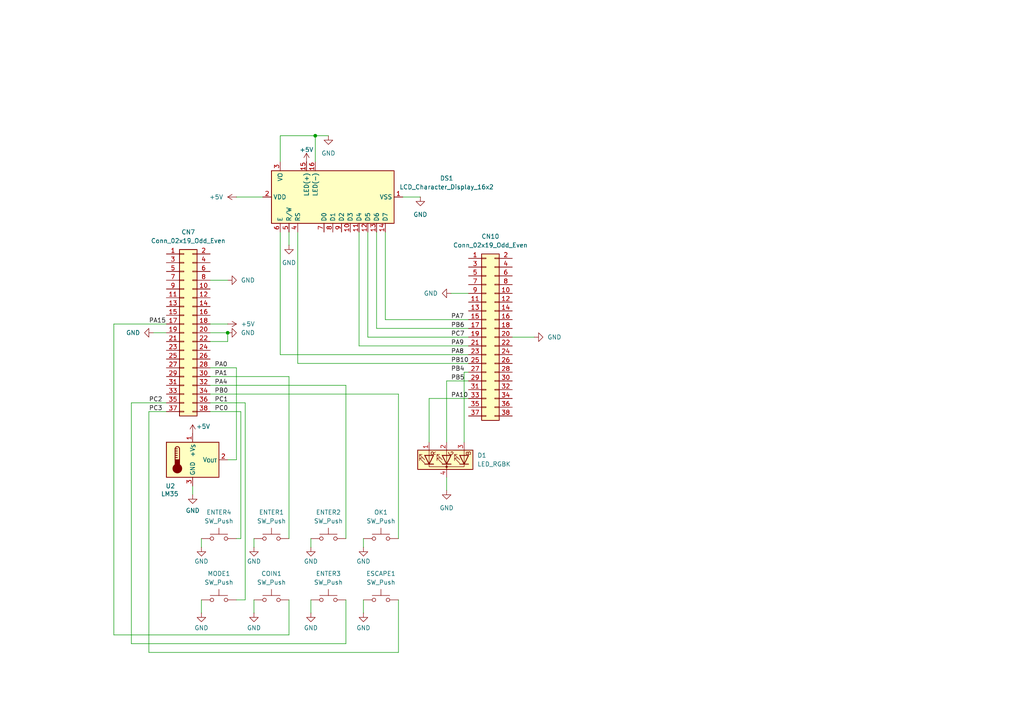
<source format=kicad_sch>
(kicad_sch (version 20250114) (generator "eeschema") (generator_version "9.0")
  (paper "A4")
  (lib_symbols
    (symbol "Connector_Generic:Conn_02x19_Odd_Even" (pin_names (offset 1.016) (hide yes))
      (property "Reference" "J" (at 1.27 25.4 0))
      (property "Value" "Conn_02x19_Odd_Even" (at 1.27 -25.4 0))
      (symbol "Conn_02x19_Odd_Even_1_1"
        (rectangle (start -1.27 24.13) (end 3.81 -24.13) (stroke (width 0.254)) (fill (type background)))
        (rectangle (start -1.27 22.987) (end 0 22.733) (stroke (width 0.1524)))
        (rectangle (start -1.27 20.447) (end 0 20.193) (stroke (width 0.1524)))
        (rectangle (start -1.27 17.907) (end 0 17.653) (stroke (width 0.1524)))
        (rectangle (start -1.27 15.367) (end 0 15.113) (stroke (width 0.1524)))
        (rectangle (start -1.27 12.827) (end 0 12.573) (stroke (width 0.1524)))
        (rectangle (start -1.27 10.287) (end 0 10.033) (stroke (width 0.1524)))
        (rectangle (start -1.27 7.747) (end 0 7.493) (stroke (width 0.1524)))
        (rectangle (start -1.27 5.207) (end 0 4.953) (stroke (width 0.1524)))
        (rectangle (start -1.27 2.667) (end 0 2.413) (stroke (width 0.1524)))
        (rectangle (start -1.27 0.127) (end 0 -0.127) (stroke (width 0.1524)))
        (rectangle (start -1.27 -2.413) (end 0 -2.667) (stroke (width 0.1524)))
        (rectangle (start -1.27 -4.953) (end 0 -5.207) (stroke (width 0.1524)))
        (rectangle (start -1.27 -7.493) (end 0 -7.747) (stroke (width 0.1524)))
        (rectangle (start -1.27 -10.033) (end 0 -10.287) (stroke (width 0.1524)))
        (rectangle (start -1.27 -12.573) (end 0 -12.827) (stroke (width 0.1524)))
        (rectangle (start -1.27 -15.113) (end 0 -15.367) (stroke (width 0.1524)))
        (rectangle (start -1.27 -17.653) (end 0 -17.907) (stroke (width 0.1524)))
        (rectangle (start -1.27 -20.193) (end 0 -20.447) (stroke (width 0.1524)))
        (rectangle (start -1.27 -22.733) (end 0 -22.987) (stroke (width 0.1524)))
        (rectangle (start 3.81 22.987) (end 2.54 22.733) (stroke (width 0.1524)))
        (rectangle (start 3.81 20.447) (end 2.54 20.193) (stroke (width 0.1524)))
        (rectangle (start 3.81 17.907) (end 2.54 17.653) (stroke (width 0.1524)))
        (rectangle (start 3.81 15.367) (end 2.54 15.113) (stroke (width 0.1524)))
        (rectangle (start 3.81 12.827) (end 2.54 12.573) (stroke (width 0.1524)))
        (rectangle (start 3.81 10.287) (end 2.54 10.033) (stroke (width 0.1524)))
        (rectangle (start 3.81 7.747) (end 2.54 7.493) (stroke (width 0.1524)))
        (rectangle (start 3.81 5.207) (end 2.54 4.953) (stroke (width 0.1524)))
        (rectangle (start 3.81 2.667) (end 2.54 2.413) (stroke (width 0.1524)))
        (rectangle (start 3.81 0.127) (end 2.54 -0.127) (stroke (width 0.1524)))
        (rectangle (start 3.81 -2.413) (end 2.54 -2.667) (stroke (width 0.1524)))
        (rectangle (start 3.81 -4.953) (end 2.54 -5.207) (stroke (width 0.1524)))
        (rectangle (start 3.81 -7.493) (end 2.54 -7.747) (stroke (width 0.1524)))
        (rectangle (start 3.81 -10.033) (end 2.54 -10.287) (stroke (width 0.1524)))
        (rectangle (start 3.81 -12.573) (end 2.54 -12.827) (stroke (width 0.1524)))
        (rectangle (start 3.81 -15.113) (end 2.54 -15.367) (stroke (width 0.1524)))
        (rectangle (start 3.81 -17.653) (end 2.54 -17.907) (stroke (width 0.1524)))
        (rectangle (start 3.81 -20.193) (end 2.54 -20.447) (stroke (width 0.1524)))
        (rectangle (start 3.81 -22.733) (end 2.54 -22.987) (stroke (width 0.1524)))
        (pin passive line (at -5.08 22.86 0) (length 3.81) (name "Pin_1") (number "1"))
        (pin passive line (at -5.08 20.32 0) (length 3.81) (name "Pin_3") (number "3"))
        (pin passive line (at -5.08 17.78 0) (length 3.81) (name "Pin_5") (number "5"))
        (pin passive line (at -5.08 15.24 0) (length 3.81) (name "Pin_7") (number "7"))
        (pin passive line (at -5.08 12.7 0) (length 3.81) (name "Pin_9") (number "9"))
        (pin passive line (at -5.08 10.16 0) (length 3.81) (name "Pin_11") (number "11"))
        (pin passive line (at -5.08 7.62 0) (length 3.81) (name "Pin_13") (number "13"))
        (pin passive line (at -5.08 5.08 0) (length 3.81) (name "Pin_15") (number "15"))
        (pin passive line (at -5.08 2.54 0) (length 3.81) (name "Pin_17") (number "17"))
        (pin passive line (at -5.08 0 0) (length 3.81) (name "Pin_19") (number "19"))
        (pin passive line (at -5.08 -2.54 0) (length 3.81) (name "Pin_21") (number "21"))
        (pin passive line (at -5.08 -5.08 0) (length 3.81) (name "Pin_23") (number "23"))
        (pin passive line (at -5.08 -7.62 0) (length 3.81) (name "Pin_25") (number "25"))
        (pin passive line (at -5.08 -10.16 0) (length 3.81) (name "Pin_27") (number "27"))
        (pin passive line (at -5.08 -12.7 0) (length 3.81) (name "Pin_29") (number "29"))
        (pin passive line (at -5.08 -15.24 0) (length 3.81) (name "Pin_31") (number "31"))
        (pin passive line (at -5.08 -17.78 0) (length 3.81) (name "Pin_33") (number "33"))
        (pin passive line (at -5.08 -20.32 0) (length 3.81) (name "Pin_35") (number "35"))
        (pin passive line (at -5.08 -22.86 0) (length 3.81) (name "Pin_37") (number "37"))
        (pin passive line (at 7.62 22.86 180) (length 3.81) (name "Pin_2") (number "2"))
        (pin passive line (at 7.62 20.32 180) (length 3.81) (name "Pin_4") (number "4"))
        (pin passive line (at 7.62 17.78 180) (length 3.81) (name "Pin_6") (number "6"))
        (pin passive line (at 7.62 15.24 180) (length 3.81) (name "Pin_8") (number "8"))
        (pin passive line (at 7.62 12.7 180) (length 3.81) (name "Pin_10") (number "10"))
        (pin passive line (at 7.62 10.16 180) (length 3.81) (name "Pin_12") (number "12"))
        (pin passive line (at 7.62 7.62 180) (length 3.81) (name "Pin_14") (number "14"))
        (pin passive line (at 7.62 5.08 180) (length 3.81) (name "Pin_16") (number "16"))
        (pin passive line (at 7.62 2.54 180) (length 3.81) (name "Pin_18") (number "18"))
        (pin passive line (at 7.62 0 180) (length 3.81) (name "Pin_20") (number "20"))
        (pin passive line (at 7.62 -2.54 180) (length 3.81) (name "Pin_22") (number "22"))
        (pin passive line (at 7.62 -5.08 180) (length 3.81) (name "Pin_24") (number "24"))
        (pin passive line (at 7.62 -7.62 180) (length 3.81) (name "Pin_26") (number "26"))
        (pin passive line (at 7.62 -10.16 180) (length 3.81) (name "Pin_28") (number "28"))
        (pin passive line (at 7.62 -12.7 180) (length 3.81) (name "Pin_30") (number "30"))
        (pin passive line (at 7.62 -15.24 180) (length 3.81) (name "Pin_32") (number "32"))
        (pin passive line (at 7.62 -17.78 180) (length 3.81) (name "Pin_34") (number "34"))
        (pin passive line (at 7.62 -20.32 180) (length 3.81) (name "Pin_36") (number "36"))
        (pin passive line (at 7.62 -22.86 180) (length 3.81) (name "Pin_38") (number "38"))
      )
    )
    (symbol "Device:LED_RGBK" (pin_names (offset 0) (hide yes))
      (property "Reference" "D" (at 0 9.398 0))
      (property "Value" "LED_RGBK" (at 0 -8.89 0))
      (symbol "LED_RGBK_0_0"
        (text "R" (at 1.905 3.81 0) (effects (font (size 1.27 1.27))))
        (text "G" (at 1.905 -1.27 0) (effects (font (size 1.27 1.27))))
        (text "B" (at 1.905 -6.35 0) (effects (font (size 1.27 1.27))))
      )
      (symbol "LED_RGBK_0_1"
        (circle (center -2.032 0) (radius 0.254) (fill (type outline)))
        (polyline (pts (xy -1.27 6.35) (xy -1.27 3.81)) (stroke (width 0.254)))
        (polyline (pts (xy -1.27 6.35) (xy -1.27 3.81) (xy -1.27 3.81)))
        (polyline (pts (xy -1.27 5.08) (xy 1.27 5.08)))
        (polyline (pts (xy -1.27 5.08) (xy -2.032 5.08) (xy -2.032 -5.08) (xy -1.016 -5.08)))
        (polyline (pts (xy -1.27 1.27) (xy -1.27 -1.27)) (stroke (width 0.254)))
        (polyline (pts (xy -1.27 1.27) (xy -1.27 -1.27) (xy -1.27 -1.27)))
        (polyline (pts (xy -1.27 0) (xy -2.54 0)))
        (polyline (pts (xy -1.27 -3.81) (xy -1.27 -6.35)) (stroke (width 0.254)))
        (polyline (pts (xy -1.27 -5.08) (xy 1.27 -5.08)))
        (polyline (pts (xy -1.016 6.35) (xy 0.508 7.874) (xy -0.254 7.874) (xy 0.508 7.874) (xy 0.508 7.112)))
        (polyline (pts (xy -1.016 1.27) (xy 0.508 2.794) (xy -0.254 2.794) (xy 0.508 2.794) (xy 0.508 2.032)))
        (polyline (pts (xy -1.016 -3.81) (xy 0.508 -2.286) (xy -0.254 -2.286) (xy 0.508 -2.286) (xy 0.508 -3.048)))
        (polyline (pts (xy 0 6.35) (xy 1.524 7.874) (xy 0.762 7.874) (xy 1.524 7.874) (xy 1.524 7.112)))
        (polyline (pts (xy 0 1.27) (xy 1.524 2.794) (xy 0.762 2.794) (xy 1.524 2.794) (xy 1.524 2.032)))
        (polyline (pts (xy 0 -3.81) (xy 1.524 -2.286) (xy 0.762 -2.286) (xy 1.524 -2.286) (xy 1.524 -3.048)))
        (polyline (pts (xy 1.27 6.35) (xy 1.27 3.81) (xy -1.27 5.08) (xy 1.27 6.35)) (stroke (width 0.254)))
        (rectangle (start 1.27 6.35) (end 1.27 6.35))
        (polyline (pts (xy 1.27 5.08) (xy 2.54 5.08)))
        (rectangle (start 1.27 3.81) (end 1.27 6.35))
        (polyline (pts (xy 1.27 1.27) (xy 1.27 -1.27) (xy -1.27 0) (xy 1.27 1.27)) (stroke (width 0.254)))
        (rectangle (start 1.27 1.27) (end 1.27 1.27))
        (polyline (pts (xy 1.27 0) (xy -1.27 0)))
        (polyline (pts (xy 1.27 0) (xy 2.54 0)))
        (rectangle (start 1.27 -1.27) (end 1.27 1.27))
        (polyline (pts (xy 1.27 -3.81) (xy 1.27 -6.35) (xy -1.27 -5.08) (xy 1.27 -3.81)) (stroke (width 0.254)))
        (polyline (pts (xy 1.27 -5.08) (xy 2.54 -5.08)))
        (rectangle (start 2.794 8.382) (end -2.794 -7.62) (stroke (width 0.254)) (fill (type background)))
      )
      (symbol "LED_RGBK_1_1"
        (pin passive line (at -5.08 0 0) (length 2.54) (name "K") (number "4"))
        (pin passive line (at 5.08 5.08 180) (length 2.54) (name "RA") (number "1"))
        (pin passive line (at 5.08 0 180) (length 2.54) (name "GA") (number "2"))
        (pin passive line (at 5.08 -5.08 180) (length 2.54) (name "BA") (number "3"))
      )
    )
    (symbol "Display_Character:WC1602A"
      (property "Reference" "DS" (at -5.842 19.05 0))
      (property "Value" "WC1602A" (at 5.334 19.05 0))
      (symbol "WC1602A_1_1"
        (rectangle (start -7.62 17.78) (end 7.62 -17.78) (stroke (width 0.254)) (fill (type background)))
        (pin input line (at -10.16 15.24 0) (length 2.54) (name "E") (number "6"))
        (pin input line (at -10.16 12.7 0) (length 2.54) (name "R/W") (number "5"))
        (pin input line (at -10.16 10.16 0) (length 2.54) (name "RS") (number "4"))
        (pin input line (at -10.16 2.54 0) (length 2.54) (name "D0") (number "7"))
        (pin input line (at -10.16 0 0) (length 2.54) (name "D1") (number "8"))
        (pin input line (at -10.16 -2.54 0) (length 2.54) (name "D2") (number "9"))
        (pin input line (at -10.16 -5.08 0) (length 2.54) (name "D3") (number "10"))
        (pin input line (at -10.16 -7.62 0) (length 2.54) (name "D4") (number "11"))
        (pin input line (at -10.16 -10.16 0) (length 2.54) (name "D5") (number "12"))
        (pin input line (at -10.16 -12.7 0) (length 2.54) (name "D6") (number "13"))
        (pin input line (at -10.16 -15.24 0) (length 2.54) (name "D7") (number "14"))
        (pin power_in line (at 0 20.32 270) (length 2.54) (name "VDD") (number "2"))
        (pin power_in line (at 0 -20.32 90) (length 2.54) (name "VSS") (number "1"))
        (pin input line (at 10.16 15.24 180) (length 2.54) (name "VO") (number "3"))
        (pin power_in line (at 10.16 7.62 180) (length 2.54) (name "LED(+)") (number "15"))
        (pin power_in line (at 10.16 5.08 180) (length 2.54) (name "LED(-)") (number "16"))
      )
    )
    (symbol "Sensor_Temperature:LM35-LP"
      (property "Reference" "U" (at -6.35 6.35 0))
      (property "Value" "LM35-LP" (at 1.27 6.35 0))
      (symbol "LM35-LP_0_1"
        (rectangle (start -7.62 5.08) (end 7.62 -5.08) (stroke (width 0.254)) (fill (type background)))
        (polyline (pts (xy -5.08 3.175) (xy -5.08 0)) (stroke (width 0.254)))
        (polyline (pts (xy -5.08 3.175) (xy -4.445 3.175)) (stroke (width 0.254)))
        (polyline (pts (xy -5.08 2.54) (xy -4.445 2.54)) (stroke (width 0.254)))
        (polyline (pts (xy -5.08 1.905) (xy -4.445 1.905)) (stroke (width 0.254)))
        (polyline (pts (xy -5.08 1.27) (xy -4.445 1.27)) (stroke (width 0.254)))
        (polyline (pts (xy -5.08 0.635) (xy -4.445 0.635)) (stroke (width 0.254)))
        (arc (start -5.08 3.175) (mid -4.445 3.8073) (end -3.81 3.175) (stroke (width 0.254)))
        (circle (center -4.445 -2.54) (radius 1.27) (stroke (width 0.254)) (fill (type outline)))
        (polyline (pts (xy -3.81 3.175) (xy -3.81 0)) (stroke (width 0.254)))
        (rectangle (start -3.81 -1.905) (end -5.08 0) (stroke (width 0.254)) (fill (type outline)))
      )
      (symbol "LM35-LP_1_1"
        (pin power_in line (at 0 7.62 270) (length 2.54) (name "+V_{S}") (number "1"))
        (pin power_in line (at 0 -7.62 90) (length 2.54) (name "GND") (number "3"))
        (pin output line (at 10.16 0 180) (length 2.54) (name "V_{OUT}") (number "2"))
      )
    )
    (symbol "Switch:SW_Push" (pin_numbers (hide yes)) (pin_names (offset 1.016) (hide yes))
      (property "Reference" "SW" (at 1.27 2.54 0))
      (property "Value" "SW_Push" (at 0 -1.524 0))
      (symbol "SW_Push_0_1"
        (circle (center -2.032 0) (radius 0.508))
        (polyline (pts (xy 0 1.27) (xy 0 3.048)))
        (circle (center 2.032 0) (radius 0.508))
        (polyline (pts (xy 2.54 1.27) (xy -2.54 1.27)))
        (pin passive line (at -5.08 0 0) (length 2.54) (name "1") (number "1"))
        (pin passive line (at 5.08 0 180) (length 2.54) (name "2") (number "2"))
      )
    )
    (symbol "power:+5V" (power) (pin_numbers (hide yes)) (pin_names (offset 0) (hide yes))
      (property "Value" "+5V" (at 0 3.556 0))
      (symbol "+5V_0_1"
        (polyline (pts (xy -0.762 1.27) (xy 0 2.54)))
        (polyline (pts (xy 0 2.54) (xy 0.762 1.27)))
        (polyline (pts (xy 0 0) (xy 0 2.54)))
      )
      (symbol "+5V_1_1"
        (pin power_in line (at 0 0 90) (length 0) (name "~") (number "1"))
      )
    )
    (symbol "power:GND" (power) (pin_numbers (hide yes)) (pin_names (offset 0) (hide yes))
      (property "Value" "GND" (at 0 -3.81 0))
      (symbol "GND_0_1"
        (polyline (pts (xy 0 0) (xy 0 -1.27) (xy 1.27 -1.27) (xy 0 -2.54) (xy -1.27 -1.27) (xy 0 -1.27)))
      )
      (symbol "GND_1_1"
        (pin power_in line (at 0 0 270) (length 0) (name "~") (number "1"))
      )
    )
  )
  (junction (at 66.04 96.52))
  (junction (at 91.44 39.37))
  (wire (pts (xy 69.85 119.38) (xy 69.85 156.21)))
  (wire (pts (xy 83.82 109.22) (xy 60.96 109.22)))
  (wire (pts (xy 130.81 85.09) (xy 135.89 85.09)))
  (wire (pts (xy 86.36 105.41) (xy 86.36 67.31)))
  (wire (pts (xy 104.14 100.33) (xy 104.14 67.31)))
  (wire (pts (xy 134.62 107.95) (xy 134.62 128.27)))
  (wire (pts (xy 105.41 156.21) (xy 105.41 158.75)))
  (wire (pts (xy 100.33 156.21) (xy 100.33 111.76)))
  (wire (pts (xy 33.02 184.15) (xy 83.82 184.15)))
  (wire (pts (xy 135.89 115.57) (xy 124.46 115.57)))
  (wire (pts (xy 115.57 173.99) (xy 115.57 189.23)))
  (wire (pts (xy 135.89 105.41) (xy 86.36 105.41)))
  (wire (pts (xy 111.76 92.71) (xy 111.76 67.31)))
  (wire (pts (xy 73.66 173.99) (xy 73.66 177.8)))
  (wire (pts (xy 135.89 102.87) (xy 81.28 102.87)))
  (wire (pts (xy 58.42 156.21) (xy 58.42 158.75)))
  (wire (pts (xy 68.58 106.68) (xy 68.58 133.35)))
  (wire (pts (xy 71.12 173.99) (xy 68.58 173.99)))
  (wire (pts (xy 109.22 95.25) (xy 109.22 67.31)))
  (wire (pts (xy 116.84 57.15) (xy 121.92 57.15)))
  (wire (pts (xy 43.18 189.23) (xy 43.18 119.38)))
  (wire (pts (xy 44.45 96.52) (xy 48.26 96.52)))
  (wire (pts (xy 66.04 99.06) (xy 66.04 96.52)))
  (wire (pts (xy 105.41 173.99) (xy 105.41 177.8)))
  (wire (pts (xy 148.59 97.79) (xy 154.94 97.79)))
  (wire (pts (xy 60.96 93.98) (xy 66.04 93.98)))
  (wire (pts (xy 38.1 116.84) (xy 38.1 186.69)))
  (wire (pts (xy 73.66 156.21) (xy 73.66 158.75)))
  (wire (pts (xy 69.85 156.21) (xy 68.58 156.21)))
  (wire (pts (xy 100.33 173.99) (xy 100.33 186.69)))
  (wire (pts (xy 81.28 102.87) (xy 81.28 67.31)))
  (wire (pts (xy 135.89 95.25) (xy 109.22 95.25)))
  (wire (pts (xy 43.18 189.23) (xy 115.57 189.23)))
  (wire (pts (xy 38.1 186.69) (xy 100.33 186.69)))
  (wire (pts (xy 33.02 93.98) (xy 33.02 184.15)))
  (wire (pts (xy 55.88 140.97) (xy 55.88 143.51)))
  (wire (pts (xy 68.58 57.15) (xy 76.2 57.15)))
  (wire (pts (xy 66.04 133.35) (xy 68.58 133.35)))
  (wire (pts (xy 129.54 110.49) (xy 129.54 128.27)))
  (wire (pts (xy 81.28 39.37) (xy 91.44 39.37)))
  (wire (pts (xy 68.58 106.68) (xy 60.96 106.68)))
  (wire (pts (xy 81.28 46.99) (xy 81.28 39.37)))
  (wire (pts (xy 71.12 116.84) (xy 71.12 173.99)))
  (wire (pts (xy 134.62 107.95) (xy 135.89 107.95)))
  (wire (pts (xy 135.89 92.71) (xy 111.76 92.71)))
  (wire (pts (xy 33.02 93.98) (xy 48.26 93.98)))
  (wire (pts (xy 60.96 99.06) (xy 66.04 99.06)))
  (wire (pts (xy 60.96 119.38) (xy 69.85 119.38)))
  (wire (pts (xy 83.82 67.31) (xy 83.82 71.12)))
  (wire (pts (xy 135.89 97.79) (xy 106.68 97.79)))
  (wire (pts (xy 60.96 116.84) (xy 71.12 116.84)))
  (wire (pts (xy 60.96 81.28) (xy 66.04 81.28)))
  (wire (pts (xy 43.18 119.38) (xy 48.26 119.38)))
  (wire (pts (xy 100.33 111.76) (xy 60.96 111.76)))
  (wire (pts (xy 115.57 156.21) (xy 115.57 114.3)))
  (wire (pts (xy 60.96 96.52) (xy 66.04 96.52)))
  (wire (pts (xy 91.44 39.37) (xy 95.25 39.37)))
  (wire (pts (xy 90.17 156.21) (xy 90.17 158.75)))
  (wire (pts (xy 83.82 156.21) (xy 83.82 109.22)))
  (wire (pts (xy 135.89 100.33) (xy 104.14 100.33)))
  (wire (pts (xy 38.1 116.84) (xy 48.26 116.84)))
  (wire (pts (xy 135.89 110.49) (xy 129.54 110.49)))
  (wire (pts (xy 90.17 173.99) (xy 90.17 177.8)))
  (wire (pts (xy 106.68 97.79) (xy 106.68 67.31)))
  (wire (pts (xy 115.57 114.3) (xy 60.96 114.3)))
  (wire (pts (xy 58.42 173.99) (xy 58.42 177.8)))
  (wire (pts (xy 91.44 46.99) (xy 91.44 39.37)))
  (wire (pts (xy 83.82 173.99) (xy 83.82 184.15)))
  (wire (pts (xy 124.46 115.57) (xy 124.46 128.27)))
  (wire (pts (xy 129.54 138.43) (xy 129.54 142.24)))
  (label "PB6" (at 130.81 95.25 0))
  (label "PC3" (at 43.18 119.38 0))
  (label "PA1" (at 62.23 109.22 0))
  (label "PA15" (at 43.18 93.98 0))
  (label "PB4" (at 130.81 107.95 0))
  (label "PA4" (at 62.23 111.76 0))
  (label "PA0" (at 62.23 106.68 0))
  (label "PB5" (at 130.81 110.49 0))
  (label "PC2" (at 43.18 116.84 0))
  (label "PA10" (at 130.81 115.57 0))
  (label "PB0" (at 62.23 114.3 0))
  (label "PA7" (at 130.81 92.71 0))
  (label "PC1" (at 62.23 116.84 0))
  (label "PB10" (at 130.81 105.41 0))
  (label "PC7" (at 130.81 97.79 0))
  (label "PA8" (at 130.81 102.87 0))
  (label "PA9" (at 130.81 100.33 0))
  (label "PC0" (at 62.23 119.38 0))
  (symbol (lib_id "Sensor_Temperature:LM35-LP") (at 55.88 133.35 0) (unit 1)
    (property "Reference" "U2" (at 50.8 140.97 0) (effects (justify right)))
    (property "Value" "LM35" (at 51.816 143.256 0) (effects (justify right)))
    (property "Footprint" "Package_TO_SOT_THT:TO-92_Inline_Wide" (effects (hide yes)))
    (property "Datasheet" "http://www.ti.com/lit/ds/symlink/lm35.pdf" (effects (hide yes)))
    (property "Description" "Precision centigrade temperature sensor, TO-92" (effects (hide yes)))
  )
  (symbol (lib_id "power:+5V") (at 55.88 125.73 0) (unit 1)
    (property "Reference" "#PWR016" (effects (hide yes)))
    (property "Value" "+5V" (at 58.928 123.698 0))
    (property "Description" "Power symbol creates a global label with name \"+5V\"" (effects (hide yes)))
  )
  (symbol (lib_id "Switch:SW_Push") (at 95.25 156.21 0) (unit 1)
    (property "Reference" "ENTER2" (at 95.25 148.59 0))
    (property "Value" "SW_Push" (at 95.25 151.13 0))
    (property "Footprint" "Button_Switch_THT:SW_PUSH_6mm_H7.3mm" (effects (hide yes)))
    (property "Description" "Push button switch, generic, two pins" (effects (hide yes)))
  )
  (symbol (lib_id "Switch:SW_Push") (at 95.25 173.99 0) (unit 1)
    (property "Reference" "ENTER3" (at 95.25 166.37 0))
    (property "Value" "SW_Push" (at 95.25 168.91 0))
    (property "Footprint" "Button_Switch_THT:SW_PUSH_6mm_H7.3mm" (effects (hide yes)))
    (property "Description" "Push button switch, generic, two pins" (effects (hide yes)))
  )
  (symbol (lib_id "power:GND") (at 73.66 177.8 0) (unit 1)
    (property "Reference" "#PWR03" (effects (hide yes)))
    (property "Value" "GND" (at 73.66 182.118 0))
    (property "Description" "Power symbol creates a global label with name \"GND\" , ground" (effects (hide yes)))
  )
  (symbol (lib_id "power:GND") (at 154.94 97.79 90) (unit 1)
    (property "Reference" "#PWR020" (effects (hide yes)))
    (property "Value" "GND" (at 158.75 97.7899 90) (effects (justify right)))
    (property "Description" "Power symbol creates a global label with name \"GND\" , ground" (effects (hide yes)))
  )
  (symbol (lib_id "power:GND") (at 129.54 142.24 0) (unit 1)
    (property "Reference" "#PWR01" (effects (hide yes)))
    (property "Value" "GND" (at 129.54 147.32 0))
    (property "Description" "Power symbol creates a global label with name \"GND\" , ground" (effects (hide yes)))
  )
  (symbol (lib_id "power:GND") (at 130.81 85.09 270) (unit 1)
    (property "Reference" "#PWR021" (effects (hide yes)))
    (property "Value" "GND" (at 127 85.0899 90) (effects (justify right)))
    (property "Description" "Power symbol creates a global label with name \"GND\" , ground" (effects (hide yes)))
  )
  (symbol (lib_id "power:GND") (at 90.17 177.8 0) (unit 1)
    (property "Reference" "#PWR04" (effects (hide yes)))
    (property "Value" "GND" (at 90.17 182.118 0))
    (property "Description" "Power symbol creates a global label with name \"GND\" , ground" (effects (hide yes)))
  )
  (symbol (lib_id "Switch:SW_Push") (at 78.74 173.99 0) (unit 1)
    (property "Reference" "COIN1" (at 78.74 166.37 0))
    (property "Value" "SW_Push" (at 78.74 168.91 0))
    (property "Footprint" "Button_Switch_THT:SW_PUSH_6mm_H7.3mm" (effects (hide yes)))
    (property "Description" "Push button switch, generic, two pins" (effects (hide yes)))
  )
  (symbol (lib_id "Connector_Generic:Conn_02x19_Odd_Even") (at 140.97 97.79 0) (unit 1)
    (property "Reference" "CN10" (at 142.24 68.58 0))
    (property "Value" "Conn_02x19_Odd_Even" (at 142.24 71.12 0))
    (property "Footprint" "Connector_PinSocket_2.54mm:PinSocket_2x19_P2.54mm_Vertical" (effects (hide yes)))
    (property "Description" "Generic connector, double row, 02x19, odd/even pin numbering scheme (row 1 odd numbers, row 2 even numbers), script generated (kicad-library-utils/schlib/autogen/connector/)" (effects (hide yes)))
  )
  (symbol (lib_id "Device:LED_RGBK") (at 129.54 133.35 90) (unit 1)
    (property "Reference" "D1" (at 138.43 132.0799 90) (effects (justify right)))
    (property "Value" "LED_RGBK" (at 138.43 134.6199 90) (effects (justify right)))
    (property "Footprint" "LED_THT:LED_D5.0mm-4_RGB_Wide_Pins" (effects (hide yes)))
    (property "Description" "RGB LED, red/green/blue/cathode" (effects (hide yes)))
  )
  (symbol (lib_id "power:GND") (at 105.41 158.75 0) (unit 1)
    (property "Reference" "#PWR09" (effects (hide yes)))
    (property "Value" "GND" (at 105.41 162.814 0))
    (property "Description" "Power symbol creates a global label with name \"GND\" , ground" (effects (hide yes)))
  )
  (symbol (lib_id "power:GND") (at 73.66 158.75 0) (unit 1)
    (property "Reference" "#PWR07" (effects (hide yes)))
    (property "Value" "GND" (at 73.66 162.814 0))
    (property "Description" "Power symbol creates a global label with name \"GND\" , ground" (effects (hide yes)))
  )
  (symbol (lib_id "Switch:SW_Push") (at 110.49 173.99 0) (unit 1)
    (property "Reference" "ESCAPE1" (at 110.49 166.37 0))
    (property "Value" "SW_Push" (at 110.49 168.91 0))
    (property "Footprint" "Button_Switch_THT:SW_PUSH_6mm_H7.3mm" (effects (hide yes)))
    (property "Description" "Push button switch, generic, two pins" (effects (hide yes)))
  )
  (symbol (lib_id "power:GND") (at 58.42 158.75 0) (unit 1)
    (property "Reference" "#PWR06" (effects (hide yes)))
    (property "Value" "GND" (at 58.42 162.814 0))
    (property "Description" "Power symbol creates a global label with name \"GND\" , ground" (effects (hide yes)))
  )
  (symbol (lib_id "power:GND") (at 66.04 96.52 90) (unit 1)
    (property "Reference" "#PWR022" (effects (hide yes)))
    (property "Value" "GND" (at 69.85 96.5199 90) (effects (justify right)))
    (property "Description" "Power symbol creates a global label with name \"GND\" , ground" (effects (hide yes)))
  )
  (symbol (lib_id "Connector_Generic:Conn_02x19_Odd_Even") (at 53.34 96.52 0) (unit 1)
    (property "Reference" "CN7" (at 54.61 67.31 0))
    (property "Value" "Conn_02x19_Odd_Even" (at 54.61 69.85 0))
    (property "Footprint" "Connector_PinSocket_2.54mm:PinSocket_2x19_P2.54mm_Vertical" (effects (hide yes)))
    (property "Description" "Generic connector, double row, 02x19, odd/even pin numbering scheme (row 1 odd numbers, row 2 even numbers), script generated (kicad-library-utils/schlib/autogen/connector/)" (effects (hide yes)))
  )
  (symbol (lib_id "power:GND") (at 44.45 96.52 270) (unit 1)
    (property "Reference" "#PWR019" (effects (hide yes)))
    (property "Value" "GND" (at 40.64 96.5199 90) (effects (justify right)))
    (property "Description" "Power symbol creates a global label with name \"GND\" , ground" (effects (hide yes)))
  )
  (symbol (lib_id "power:GND") (at 58.42 177.8 0) (unit 1)
    (property "Reference" "#PWR02" (effects (hide yes)))
    (property "Value" "GND" (at 58.42 182.118 0))
    (property "Description" "Power symbol creates a global label with name \"GND\" , ground" (effects (hide yes)))
  )
  (symbol (lib_id "power:GND") (at 55.88 143.51 0) (unit 1)
    (property "Reference" "#PWR010" (effects (hide yes)))
    (property "Value" "GND" (at 55.88 148.082 0))
    (property "Description" "Power symbol creates a global label with name \"GND\" , ground" (effects (hide yes)))
  )
  (symbol (lib_id "Switch:SW_Push") (at 63.5 156.21 0) (unit 1)
    (property "Reference" "ENTER4" (at 63.5 148.59 0))
    (property "Value" "SW_Push" (at 63.5 151.13 0))
    (property "Footprint" "Button_Switch_THT:SW_PUSH_6mm_H7.3mm" (effects (hide yes)))
    (property "Description" "Push button switch, generic, two pins" (effects (hide yes)))
  )
  (symbol (lib_id "power:GND") (at 66.04 81.28 90) (unit 1)
    (property "Reference" "#PWR018" (effects (hide yes)))
    (property "Value" "GND" (at 69.85 81.2799 90) (effects (justify right)))
    (property "Description" "Power symbol creates a global label with name \"GND\" , ground" (effects (hide yes)))
  )
  (symbol (lib_id "power:GND") (at 95.25 39.37 0) (unit 1)
    (property "Reference" "#PWR011" (effects (hide yes)))
    (property "Value" "GND" (at 95.25 44.45 0))
    (property "Description" "Power symbol creates a global label with name \"GND\" , ground" (effects (hide yes)))
  )
  (symbol (lib_id "power:+5V") (at 68.58 57.15 90) (unit 1)
    (property "Reference" "#PWR014" (effects (hide yes)))
    (property "Value" "+5V" (at 64.77 57.1499 90) (effects (justify left)))
    (property "Description" "Power symbol creates a global label with name \"+5V\"" (effects (hide yes)))
  )
  (symbol (lib_id "power:GND") (at 83.82 71.12 0) (unit 1)
    (property "Reference" "#PWR013" (effects (hide yes)))
    (property "Value" "GND" (at 83.82 76.2 0))
    (property "Description" "Power symbol creates a global label with name \"GND\" , ground" (effects (hide yes)))
  )
  (symbol (lib_id "Switch:SW_Push") (at 110.49 156.21 0) (unit 1)
    (property "Reference" "OK1" (at 110.49 148.59 0))
    (property "Value" "SW_Push" (at 110.49 151.13 0))
    (property "Footprint" "Button_Switch_THT:SW_PUSH_6mm_H7.3mm" (effects (hide yes)))
    (property "Description" "Push button switch, generic, two pins" (effects (hide yes)))
  )
  (symbol (lib_id "power:GND") (at 121.92 57.15 0) (unit 1)
    (property "Reference" "#PWR012" (effects (hide yes)))
    (property "Value" "GND" (at 121.92 62.23 0))
    (property "Description" "Power symbol creates a global label with name \"GND\" , ground" (effects (hide yes)))
  )
  (symbol (lib_id "power:+5V") (at 66.04 93.98 270) (unit 1)
    (property "Reference" "#PWR017" (effects (hide yes)))
    (property "Value" "+5V" (at 69.85 93.9799 90) (effects (justify left)))
    (property "Description" "Power symbol creates a global label with name \"+5V\"" (effects (hide yes)))
  )
  (symbol (lib_id "power:GND") (at 105.41 177.8 0) (unit 1)
    (property "Reference" "#PWR05" (effects (hide yes)))
    (property "Value" "GND" (at 105.41 182.118 0))
    (property "Description" "Power symbol creates a global label with name \"GND\" , ground" (effects (hide yes)))
  )
  (symbol (lib_id "Switch:SW_Push") (at 78.74 156.21 0) (unit 1)
    (property "Reference" "ENTER1" (at 78.74 148.59 0))
    (property "Value" "SW_Push" (at 78.74 151.13 0))
    (property "Footprint" "Button_Switch_THT:SW_PUSH_6mm_H7.3mm" (effects (hide yes)))
    (property "Description" "Push button switch, generic, two pins" (effects (hide yes)))
  )
  (symbol (lib_id "power:+5V") (at 88.9 46.99 0) (unit 1)
    (property "Reference" "#PWR015" (effects (hide yes)))
    (property "Value" "+5V" (at 88.9 43.434 0))
    (property "Description" "Power symbol creates a global label with name \"+5V\"" (effects (hide yes)))
  )
  (symbol (lib_id "power:GND") (at 90.17 158.75 0) (unit 1)
    (property "Reference" "#PWR08" (effects (hide yes)))
    (property "Value" "GND" (at 90.17 162.814 0))
    (property "Description" "Power symbol creates a global label with name \"GND\" , ground" (effects (hide yes)))
  )
  (symbol (lib_id "Display_Character:WC1602A") (at 96.52 57.15 90) (unit 1)
    (property "Reference" "DS1" (at 129.54 51.7046 90))
    (property "Value" "LCD_Character_Display_16x2" (at 129.54 54.2446 90))
    (property "Footprint" "Display:WC1602A" (effects (hide yes)))
    (property "Datasheet" "http://www.wincomlcd.com/pdf/WC1602A-SFYLYHTC06.pdf" (effects (hide yes)))
    (property "Description" "LCD 16x2 Alphanumeric , 8 bit parallel bus, 5V VDD" (effects (hide yes)))
  )
  (symbol (lib_id "Switch:SW_Push") (at 63.5 173.99 0) (unit 1)
    (property "Reference" "MODE1" (at 63.5 166.37 0))
    (property "Value" "SW_Push" (at 63.5 168.91 0))
    (property "Footprint" "Button_Switch_THT:SW_PUSH_6mm_H7.3mm" (effects (hide yes)))
    (property "Description" "Push button switch, generic, two pins" (effects (hide yes)))
  )
)
</source>
